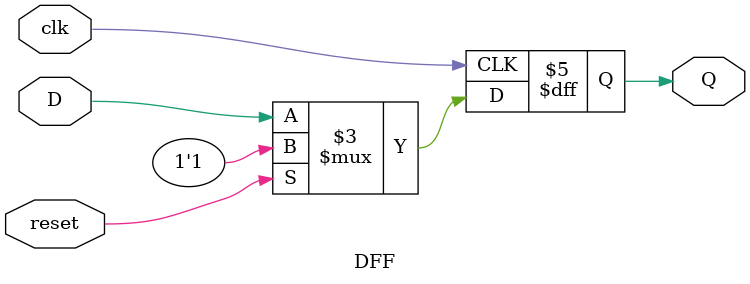
<source format=v>
module DFF (
    input clk,
    input reset,
    input D,
    output reg Q
);
    always @(posedge clk) begin
        if (reset)
            Q <= 1;
        else
            Q <= D;
    end
endmodule

</source>
